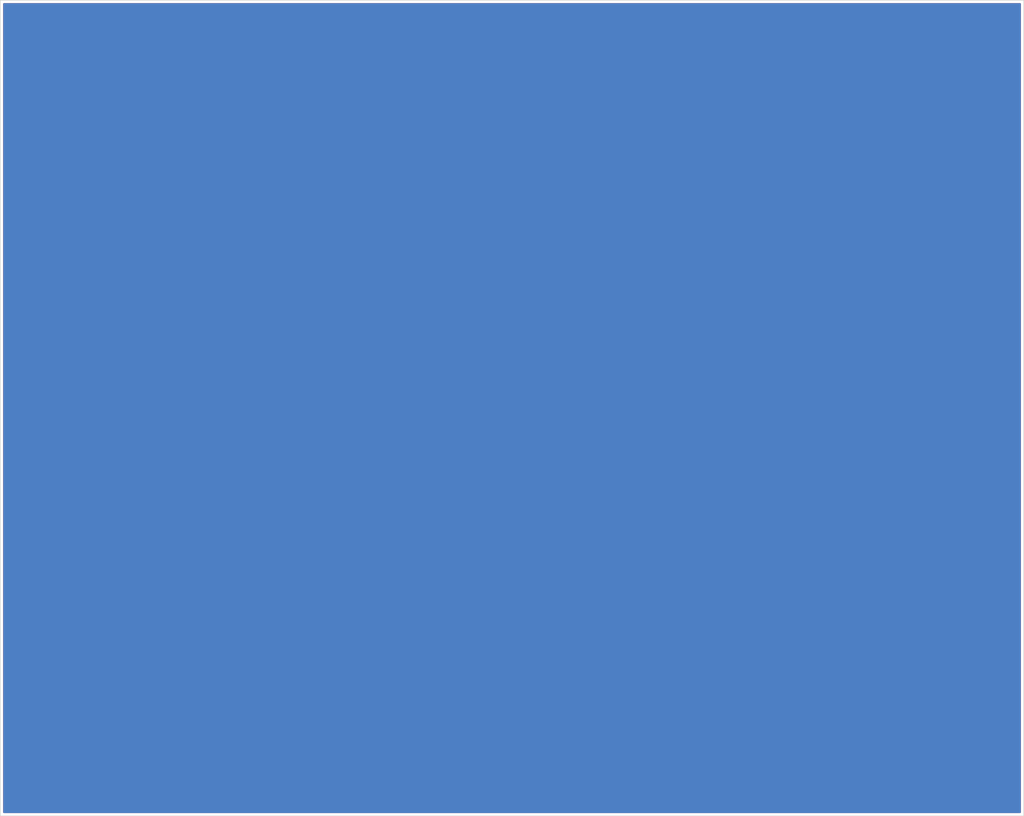
<source format=kicad_pcb>
(kicad_pcb (version 20211014) (generator pcbnew)

  (general
    (thickness 1.6)
  )

  (paper "A4")
  (layers
    (0 "F.Cu" signal)
    (31 "B.Cu" signal)
    (32 "B.Adhes" user "B.Adhesive")
    (33 "F.Adhes" user "F.Adhesive")
    (34 "B.Paste" user)
    (35 "F.Paste" user)
    (36 "B.SilkS" user "B.Silkscreen")
    (37 "F.SilkS" user "F.Silkscreen")
    (38 "B.Mask" user)
    (39 "F.Mask" user)
    (40 "Dwgs.User" user "User.Drawings")
    (41 "Cmts.User" user "User.Comments")
    (42 "Eco1.User" user "User.Eco1")
    (43 "Eco2.User" user "User.Eco2")
    (44 "Edge.Cuts" user)
    (45 "Margin" user)
    (46 "B.CrtYd" user "B.Courtyard")
    (47 "F.CrtYd" user "F.Courtyard")
    (48 "B.Fab" user)
    (49 "F.Fab" user)
    (50 "User.1" user)
    (51 "User.2" user)
    (52 "User.3" user)
    (53 "User.4" user)
    (54 "User.5" user)
    (55 "User.6" user)
    (56 "User.7" user)
    (57 "User.8" user)
    (58 "User.9" user)
  )

  (setup
    (pad_to_mask_clearance 0)
    (pcbplotparams
      (layerselection 0x00010fc_ffffffff)
      (disableapertmacros false)
      (usegerberextensions false)
      (usegerberattributes true)
      (usegerberadvancedattributes true)
      (creategerberjobfile true)
      (svguseinch false)
      (svgprecision 6)
      (excludeedgelayer true)
      (plotframeref false)
      (viasonmask false)
      (mode 1)
      (useauxorigin false)
      (hpglpennumber 1)
      (hpglpenspeed 20)
      (hpglpendiameter 15.000000)
      (dxfpolygonmode true)
      (dxfimperialunits true)
      (dxfusepcbnewfont true)
      (psnegative false)
      (psa4output false)
      (plotreference true)
      (plotvalue true)
      (plotinvisibletext false)
      (sketchpadsonfab false)
      (subtractmaskfromsilk false)
      (outputformat 1)
      (mirror false)
      (drillshape 1)
      (scaleselection 1)
      (outputdirectory "")
    )
  )

  (net 0 "")

  (gr_rect (start 54.4 17.05) (end 235.1 161.15) (layer "Edge.Cuts") (width 0.1) (fill none) (tstamp 3457afc5-3e4f-4220-81d1-b079f653a722))

  (zone (net 0) (net_name "") (layers F&B.Cu) (tstamp 6def0e3c-7a9e-4825-984c-dcd13175ed64) (name "GND") (hatch edge 0.508)
    (connect_pads (clearance 0.508))
    (min_thickness 0.254) (filled_areas_thickness no)
    (fill yes (thermal_gap 0.508) (thermal_bridge_width 0.508))
    (polygon
      (pts
        (xy 235 161)
        (xy 54.4 161.1)
        (xy 54.5 17.2)
        (xy 235 17.1)
      )
    )
    (filled_polygon
      (layer "F.Cu")
      (island)
      (pts
        (xy 234.534121 17.578002)
        (xy 234.580614 17.631658)
        (xy 234.592 17.684)
        (xy 234.592 160.516)
        (xy 234.571998 160.584121)
        (xy 234.518342 160.630614)
        (xy 234.466 160.642)
        (xy 55.034 160.642)
        (xy 54.965879 160.621998)
        (xy 54.919386 160.568342)
        (xy 54.908 160.516)
        (xy 54.908 17.684)
        (xy 54.928002 17.615879)
        (xy 54.981658 17.569386)
        (xy 55.034 17.558)
        (xy 234.466 17.558)
      )
    )
    (filled_polygon
      (layer "B.Cu")
      (island)
      (pts
        (xy 234.534121 17.578002)
        (xy 234.580614 17.631658)
        (xy 234.592 17.684)
        (xy 234.592 160.516)
        (xy 234.571998 160.584121)
        (xy 234.518342 160.630614)
        (xy 234.466 160.642)
        (xy 55.034 160.642)
        (xy 54.965879 160.621998)
        (xy 54.919386 160.568342)
        (xy 54.908 160.516)
        (xy 54.908 17.684)
        (xy 54.928002 17.615879)
        (xy 54.981658 17.569386)
        (xy 55.034 17.558)
        (xy 234.466 17.558)
      )
    )
  )
)

</source>
